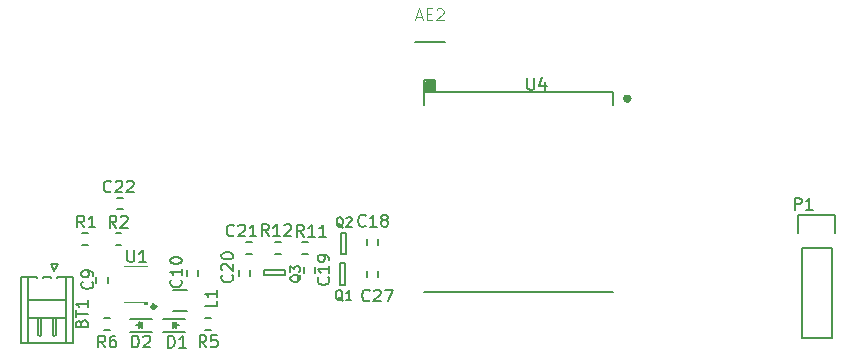
<source format=gto>
G04 #@! TF.FileFunction,Legend,Top*
%FSLAX46Y46*%
G04 Gerber Fmt 4.6, Leading zero omitted, Abs format (unit mm)*
G04 Created by KiCad (PCBNEW 4.0.5+dfsg1-4) date Tue Oct  2 15:16:33 2018*
%MOMM*%
%LPD*%
G01*
G04 APERTURE LIST*
%ADD10C,0.100000*%
%ADD11C,0.300000*%
%ADD12C,0.127000*%
%ADD13C,0.200000*%
%ADD14C,0.150000*%
%ADD15C,0.050000*%
G04 APERTURE END LIST*
D10*
D11*
X132582627Y-124260000D02*
G75*
G03X132582627Y-124260000I-172627J0D01*
G01*
X172698494Y-106660000D02*
G75*
G03X172698494Y-106660000I-198494J0D01*
G01*
D12*
X157100000Y-101900000D02*
X154500000Y-101900000D01*
D13*
X156110000Y-105910000D02*
X155460000Y-105910000D01*
X155460000Y-105910000D02*
X155460000Y-105260000D01*
X155460000Y-105260000D02*
X156110000Y-105260000D01*
X156110000Y-105260000D02*
X156110000Y-105760000D01*
X156110000Y-105760000D02*
X155610000Y-105760000D01*
X155610000Y-105760000D02*
X155610000Y-105360000D01*
X155610000Y-105360000D02*
X155960000Y-105360000D01*
X155960000Y-105360000D02*
X155960000Y-105610000D01*
X155960000Y-105610000D02*
X155710000Y-105610000D01*
X155710000Y-105610000D02*
X155710000Y-105460000D01*
X155710000Y-105460000D02*
X155860000Y-105460000D01*
X155310000Y-106060000D02*
X155310000Y-105110000D01*
X155310000Y-105110000D02*
X156260000Y-105110000D01*
X156260000Y-105110000D02*
X156260000Y-106010000D01*
X171310000Y-106060000D02*
X171310000Y-107160000D01*
X155310000Y-106060000D02*
X155310000Y-107160000D01*
X155310000Y-106060000D02*
X171310000Y-106060000D01*
X171310000Y-123060000D02*
X155310000Y-123060000D01*
D14*
X124240000Y-121880000D02*
X124240000Y-121730000D01*
X124240000Y-121730000D02*
X125540000Y-121730000D01*
X125540000Y-121730000D02*
X125540000Y-127330000D01*
X125540000Y-127330000D02*
X121190000Y-127330000D01*
X121190000Y-127330000D02*
X121190000Y-121730000D01*
X121190000Y-121730000D02*
X122490000Y-121730000D01*
X122490000Y-121730000D02*
X122490000Y-121880000D01*
X124990000Y-125230000D02*
X121740000Y-125230000D01*
X124990000Y-123730000D02*
X121740000Y-123730000D01*
X124990000Y-127330000D02*
X124990000Y-121730000D01*
X121740000Y-127330000D02*
X121740000Y-121730000D01*
X123990000Y-125230000D02*
X124140000Y-125230000D01*
X124140000Y-125230000D02*
X124140000Y-126692500D01*
X124140000Y-126692500D02*
X123990000Y-126730000D01*
X123990000Y-126730000D02*
X123840000Y-126692500D01*
X123840000Y-126692500D02*
X123840000Y-125230000D01*
X123840000Y-125230000D02*
X123990000Y-125230000D01*
X122740000Y-125230000D02*
X122890000Y-125230000D01*
X122890000Y-125230000D02*
X122890000Y-126692500D01*
X122890000Y-126692500D02*
X122740000Y-126730000D01*
X122740000Y-126730000D02*
X122590000Y-126692500D01*
X122590000Y-126692500D02*
X122590000Y-125230000D01*
X122590000Y-125230000D02*
X122740000Y-125230000D01*
X123740000Y-121880000D02*
X123740000Y-121730000D01*
X123740000Y-121730000D02*
X122990000Y-121730000D01*
X122990000Y-121730000D02*
X122990000Y-121880000D01*
X123990000Y-121230000D02*
X124290000Y-120630000D01*
X124290000Y-120630000D02*
X123690000Y-120630000D01*
X123690000Y-120630000D02*
X123990000Y-121230000D01*
X127545000Y-121740000D02*
X127545000Y-122240000D01*
X128495000Y-122240000D02*
X128495000Y-121740000D01*
X135195000Y-121140000D02*
X135195000Y-121640000D01*
X136145000Y-121640000D02*
X136145000Y-121140000D01*
X150425000Y-118550000D02*
X150425000Y-119050000D01*
X151375000Y-119050000D02*
X151375000Y-118550000D01*
X146075000Y-121450000D02*
X146075000Y-120950000D01*
X145125000Y-120950000D02*
X145125000Y-121450000D01*
X139625000Y-121150000D02*
X139625000Y-121650000D01*
X140575000Y-121650000D02*
X140575000Y-121150000D01*
X140250000Y-119775000D02*
X140750000Y-119775000D01*
X140750000Y-118825000D02*
X140250000Y-118825000D01*
X129270000Y-116005000D02*
X129770000Y-116005000D01*
X129770000Y-115055000D02*
X129270000Y-115055000D01*
X133170000Y-126390000D02*
X135070000Y-126390000D01*
X133170000Y-125290000D02*
X135070000Y-125290000D01*
X134070000Y-125840000D02*
X134520000Y-125840000D01*
X134020000Y-125590000D02*
X134020000Y-126090000D01*
X134020000Y-125840000D02*
X134270000Y-125590000D01*
X134270000Y-125590000D02*
X134270000Y-126090000D01*
X134270000Y-126090000D02*
X134020000Y-125840000D01*
X132270000Y-125290000D02*
X130370000Y-125290000D01*
X132270000Y-126390000D02*
X130370000Y-126390000D01*
X131370000Y-125840000D02*
X130920000Y-125840000D01*
X131420000Y-126090000D02*
X131420000Y-125590000D01*
X131420000Y-125840000D02*
X131170000Y-126090000D01*
X131170000Y-126090000D02*
X131170000Y-125590000D01*
X131170000Y-125590000D02*
X131420000Y-125840000D01*
X135260000Y-124615000D02*
X134060000Y-124615000D01*
X134060000Y-122865000D02*
X135260000Y-122865000D01*
X148200000Y-120600000D02*
X148200000Y-122400000D01*
X148200000Y-122400000D02*
X148600000Y-122400000D01*
X148600000Y-122400000D02*
X148600000Y-120600000D01*
X148600000Y-120600000D02*
X148200000Y-120600000D01*
X148300000Y-118000000D02*
X148300000Y-119800000D01*
X148300000Y-119800000D02*
X148700000Y-119800000D01*
X148700000Y-119800000D02*
X148700000Y-118000000D01*
X148700000Y-118000000D02*
X148300000Y-118000000D01*
X126870000Y-118015000D02*
X126370000Y-118015000D01*
X126370000Y-119065000D02*
X126870000Y-119065000D01*
X129170000Y-119065000D02*
X129670000Y-119065000D01*
X129670000Y-118015000D02*
X129170000Y-118015000D01*
X136720000Y-126265000D02*
X137220000Y-126265000D01*
X137220000Y-125215000D02*
X136720000Y-125215000D01*
X128720000Y-125215000D02*
X128220000Y-125215000D01*
X128220000Y-126265000D02*
X128720000Y-126265000D01*
X142650000Y-119825000D02*
X143150000Y-119825000D01*
X143150000Y-118775000D02*
X142650000Y-118775000D01*
X187250000Y-119310000D02*
X187250000Y-126930000D01*
X189790000Y-119310000D02*
X189790000Y-126930000D01*
X190070000Y-116490000D02*
X190070000Y-118040000D01*
X187250000Y-126930000D02*
X189790000Y-126930000D01*
X189790000Y-119310000D02*
X187250000Y-119310000D01*
X186970000Y-118040000D02*
X186970000Y-116490000D01*
X186970000Y-116490000D02*
X190070000Y-116490000D01*
D10*
X131870000Y-123940000D02*
X131870000Y-124040000D01*
X131870000Y-124040000D02*
X131570000Y-124040000D01*
X131570000Y-124040000D02*
X131570000Y-123940000D01*
X131870000Y-123840000D02*
X131870000Y-123940000D01*
X131870000Y-123940000D02*
X131570000Y-123940000D01*
X131570000Y-123940000D02*
X131570000Y-123840000D01*
X131870000Y-120840000D02*
X129870000Y-120840000D01*
X131870000Y-123840000D02*
X129870000Y-123840000D01*
D14*
X150425000Y-121250000D02*
X150425000Y-121750000D01*
X151375000Y-121750000D02*
X151375000Y-121250000D01*
X143500000Y-121200000D02*
X141700000Y-121200000D01*
X141700000Y-121200000D02*
X141700000Y-121600000D01*
X141700000Y-121600000D02*
X143500000Y-121600000D01*
X143500000Y-121600000D02*
X143500000Y-121200000D01*
X144950000Y-119825000D02*
X145450000Y-119825000D01*
X145450000Y-118775000D02*
X144950000Y-118775000D01*
D15*
X154600207Y-99737113D02*
X155077673Y-99737113D01*
X154504713Y-100023593D02*
X154838940Y-99020913D01*
X155173167Y-100023593D01*
X155507393Y-99498380D02*
X155841620Y-99498380D01*
X155984860Y-100023593D02*
X155507393Y-100023593D01*
X155507393Y-99020913D01*
X155984860Y-99020913D01*
X156366834Y-99116407D02*
X156414580Y-99068660D01*
X156510074Y-99020913D01*
X156748807Y-99020913D01*
X156844300Y-99068660D01*
X156892047Y-99116407D01*
X156939794Y-99211900D01*
X156939794Y-99307393D01*
X156892047Y-99450633D01*
X156319087Y-100023593D01*
X156939794Y-100023593D01*
D14*
X164048095Y-104902381D02*
X164048095Y-105711905D01*
X164095714Y-105807143D01*
X164143333Y-105854762D01*
X164238571Y-105902381D01*
X164429048Y-105902381D01*
X164524286Y-105854762D01*
X164571905Y-105807143D01*
X164619524Y-105711905D01*
X164619524Y-104902381D01*
X165524286Y-105235714D02*
X165524286Y-105902381D01*
X165286190Y-104854762D02*
X165048095Y-105569048D01*
X165667143Y-105569048D01*
X126278571Y-125675714D02*
X126326190Y-125532857D01*
X126373810Y-125485238D01*
X126469048Y-125437619D01*
X126611905Y-125437619D01*
X126707143Y-125485238D01*
X126754762Y-125532857D01*
X126802381Y-125628095D01*
X126802381Y-126009048D01*
X125802381Y-126009048D01*
X125802381Y-125675714D01*
X125850000Y-125580476D01*
X125897619Y-125532857D01*
X125992857Y-125485238D01*
X126088095Y-125485238D01*
X126183333Y-125532857D01*
X126230952Y-125580476D01*
X126278571Y-125675714D01*
X126278571Y-126009048D01*
X125802381Y-125151905D02*
X125802381Y-124580476D01*
X126802381Y-124866191D02*
X125802381Y-124866191D01*
X126802381Y-123723333D02*
X126802381Y-124294762D01*
X126802381Y-124009048D02*
X125802381Y-124009048D01*
X125945238Y-124104286D01*
X126040476Y-124199524D01*
X126088095Y-124294762D01*
X127187143Y-122156666D02*
X127234762Y-122204285D01*
X127282381Y-122347142D01*
X127282381Y-122442380D01*
X127234762Y-122585238D01*
X127139524Y-122680476D01*
X127044286Y-122728095D01*
X126853810Y-122775714D01*
X126710952Y-122775714D01*
X126520476Y-122728095D01*
X126425238Y-122680476D01*
X126330000Y-122585238D01*
X126282381Y-122442380D01*
X126282381Y-122347142D01*
X126330000Y-122204285D01*
X126377619Y-122156666D01*
X127282381Y-121680476D02*
X127282381Y-121490000D01*
X127234762Y-121394761D01*
X127187143Y-121347142D01*
X127044286Y-121251904D01*
X126853810Y-121204285D01*
X126472857Y-121204285D01*
X126377619Y-121251904D01*
X126330000Y-121299523D01*
X126282381Y-121394761D01*
X126282381Y-121585238D01*
X126330000Y-121680476D01*
X126377619Y-121728095D01*
X126472857Y-121775714D01*
X126710952Y-121775714D01*
X126806190Y-121728095D01*
X126853810Y-121680476D01*
X126901429Y-121585238D01*
X126901429Y-121394761D01*
X126853810Y-121299523D01*
X126806190Y-121251904D01*
X126710952Y-121204285D01*
X134687143Y-121992857D02*
X134734762Y-122040476D01*
X134782381Y-122183333D01*
X134782381Y-122278571D01*
X134734762Y-122421429D01*
X134639524Y-122516667D01*
X134544286Y-122564286D01*
X134353810Y-122611905D01*
X134210952Y-122611905D01*
X134020476Y-122564286D01*
X133925238Y-122516667D01*
X133830000Y-122421429D01*
X133782381Y-122278571D01*
X133782381Y-122183333D01*
X133830000Y-122040476D01*
X133877619Y-121992857D01*
X134782381Y-121040476D02*
X134782381Y-121611905D01*
X134782381Y-121326191D02*
X133782381Y-121326191D01*
X133925238Y-121421429D01*
X134020476Y-121516667D01*
X134068095Y-121611905D01*
X133782381Y-120421429D02*
X133782381Y-120326190D01*
X133830000Y-120230952D01*
X133877619Y-120183333D01*
X133972857Y-120135714D01*
X134163333Y-120088095D01*
X134401429Y-120088095D01*
X134591905Y-120135714D01*
X134687143Y-120183333D01*
X134734762Y-120230952D01*
X134782381Y-120326190D01*
X134782381Y-120421429D01*
X134734762Y-120516667D01*
X134687143Y-120564286D01*
X134591905Y-120611905D01*
X134401429Y-120659524D01*
X134163333Y-120659524D01*
X133972857Y-120611905D01*
X133877619Y-120564286D01*
X133830000Y-120516667D01*
X133782381Y-120421429D01*
X150337143Y-117397143D02*
X150289524Y-117444762D01*
X150146667Y-117492381D01*
X150051429Y-117492381D01*
X149908571Y-117444762D01*
X149813333Y-117349524D01*
X149765714Y-117254286D01*
X149718095Y-117063810D01*
X149718095Y-116920952D01*
X149765714Y-116730476D01*
X149813333Y-116635238D01*
X149908571Y-116540000D01*
X150051429Y-116492381D01*
X150146667Y-116492381D01*
X150289524Y-116540000D01*
X150337143Y-116587619D01*
X151289524Y-117492381D02*
X150718095Y-117492381D01*
X151003809Y-117492381D02*
X151003809Y-116492381D01*
X150908571Y-116635238D01*
X150813333Y-116730476D01*
X150718095Y-116778095D01*
X151860952Y-116920952D02*
X151765714Y-116873333D01*
X151718095Y-116825714D01*
X151670476Y-116730476D01*
X151670476Y-116682857D01*
X151718095Y-116587619D01*
X151765714Y-116540000D01*
X151860952Y-116492381D01*
X152051429Y-116492381D01*
X152146667Y-116540000D01*
X152194286Y-116587619D01*
X152241905Y-116682857D01*
X152241905Y-116730476D01*
X152194286Y-116825714D01*
X152146667Y-116873333D01*
X152051429Y-116920952D01*
X151860952Y-116920952D01*
X151765714Y-116968571D01*
X151718095Y-117016190D01*
X151670476Y-117111429D01*
X151670476Y-117301905D01*
X151718095Y-117397143D01*
X151765714Y-117444762D01*
X151860952Y-117492381D01*
X152051429Y-117492381D01*
X152146667Y-117444762D01*
X152194286Y-117397143D01*
X152241905Y-117301905D01*
X152241905Y-117111429D01*
X152194286Y-117016190D01*
X152146667Y-116968571D01*
X152051429Y-116920952D01*
X147177143Y-121782857D02*
X147224762Y-121830476D01*
X147272381Y-121973333D01*
X147272381Y-122068571D01*
X147224762Y-122211429D01*
X147129524Y-122306667D01*
X147034286Y-122354286D01*
X146843810Y-122401905D01*
X146700952Y-122401905D01*
X146510476Y-122354286D01*
X146415238Y-122306667D01*
X146320000Y-122211429D01*
X146272381Y-122068571D01*
X146272381Y-121973333D01*
X146320000Y-121830476D01*
X146367619Y-121782857D01*
X147272381Y-120830476D02*
X147272381Y-121401905D01*
X147272381Y-121116191D02*
X146272381Y-121116191D01*
X146415238Y-121211429D01*
X146510476Y-121306667D01*
X146558095Y-121401905D01*
X147272381Y-120354286D02*
X147272381Y-120163810D01*
X147224762Y-120068571D01*
X147177143Y-120020952D01*
X147034286Y-119925714D01*
X146843810Y-119878095D01*
X146462857Y-119878095D01*
X146367619Y-119925714D01*
X146320000Y-119973333D01*
X146272381Y-120068571D01*
X146272381Y-120259048D01*
X146320000Y-120354286D01*
X146367619Y-120401905D01*
X146462857Y-120449524D01*
X146700952Y-120449524D01*
X146796190Y-120401905D01*
X146843810Y-120354286D01*
X146891429Y-120259048D01*
X146891429Y-120068571D01*
X146843810Y-119973333D01*
X146796190Y-119925714D01*
X146700952Y-119878095D01*
X139027143Y-121582857D02*
X139074762Y-121630476D01*
X139122381Y-121773333D01*
X139122381Y-121868571D01*
X139074762Y-122011429D01*
X138979524Y-122106667D01*
X138884286Y-122154286D01*
X138693810Y-122201905D01*
X138550952Y-122201905D01*
X138360476Y-122154286D01*
X138265238Y-122106667D01*
X138170000Y-122011429D01*
X138122381Y-121868571D01*
X138122381Y-121773333D01*
X138170000Y-121630476D01*
X138217619Y-121582857D01*
X138217619Y-121201905D02*
X138170000Y-121154286D01*
X138122381Y-121059048D01*
X138122381Y-120820952D01*
X138170000Y-120725714D01*
X138217619Y-120678095D01*
X138312857Y-120630476D01*
X138408095Y-120630476D01*
X138550952Y-120678095D01*
X139122381Y-121249524D01*
X139122381Y-120630476D01*
X138122381Y-120011429D02*
X138122381Y-119916190D01*
X138170000Y-119820952D01*
X138217619Y-119773333D01*
X138312857Y-119725714D01*
X138503333Y-119678095D01*
X138741429Y-119678095D01*
X138931905Y-119725714D01*
X139027143Y-119773333D01*
X139074762Y-119820952D01*
X139122381Y-119916190D01*
X139122381Y-120011429D01*
X139074762Y-120106667D01*
X139027143Y-120154286D01*
X138931905Y-120201905D01*
X138741429Y-120249524D01*
X138503333Y-120249524D01*
X138312857Y-120201905D01*
X138217619Y-120154286D01*
X138170000Y-120106667D01*
X138122381Y-120011429D01*
X139187143Y-118227143D02*
X139139524Y-118274762D01*
X138996667Y-118322381D01*
X138901429Y-118322381D01*
X138758571Y-118274762D01*
X138663333Y-118179524D01*
X138615714Y-118084286D01*
X138568095Y-117893810D01*
X138568095Y-117750952D01*
X138615714Y-117560476D01*
X138663333Y-117465238D01*
X138758571Y-117370000D01*
X138901429Y-117322381D01*
X138996667Y-117322381D01*
X139139524Y-117370000D01*
X139187143Y-117417619D01*
X139568095Y-117417619D02*
X139615714Y-117370000D01*
X139710952Y-117322381D01*
X139949048Y-117322381D01*
X140044286Y-117370000D01*
X140091905Y-117417619D01*
X140139524Y-117512857D01*
X140139524Y-117608095D01*
X140091905Y-117750952D01*
X139520476Y-118322381D01*
X140139524Y-118322381D01*
X141091905Y-118322381D02*
X140520476Y-118322381D01*
X140806190Y-118322381D02*
X140806190Y-117322381D01*
X140710952Y-117465238D01*
X140615714Y-117560476D01*
X140520476Y-117608095D01*
X128787143Y-114497143D02*
X128739524Y-114544762D01*
X128596667Y-114592381D01*
X128501429Y-114592381D01*
X128358571Y-114544762D01*
X128263333Y-114449524D01*
X128215714Y-114354286D01*
X128168095Y-114163810D01*
X128168095Y-114020952D01*
X128215714Y-113830476D01*
X128263333Y-113735238D01*
X128358571Y-113640000D01*
X128501429Y-113592381D01*
X128596667Y-113592381D01*
X128739524Y-113640000D01*
X128787143Y-113687619D01*
X129168095Y-113687619D02*
X129215714Y-113640000D01*
X129310952Y-113592381D01*
X129549048Y-113592381D01*
X129644286Y-113640000D01*
X129691905Y-113687619D01*
X129739524Y-113782857D01*
X129739524Y-113878095D01*
X129691905Y-114020952D01*
X129120476Y-114592381D01*
X129739524Y-114592381D01*
X130120476Y-113687619D02*
X130168095Y-113640000D01*
X130263333Y-113592381D01*
X130501429Y-113592381D01*
X130596667Y-113640000D01*
X130644286Y-113687619D01*
X130691905Y-113782857D01*
X130691905Y-113878095D01*
X130644286Y-114020952D01*
X130072857Y-114592381D01*
X130691905Y-114592381D01*
X133611905Y-127732381D02*
X133611905Y-126732381D01*
X133850000Y-126732381D01*
X133992858Y-126780000D01*
X134088096Y-126875238D01*
X134135715Y-126970476D01*
X134183334Y-127160952D01*
X134183334Y-127303810D01*
X134135715Y-127494286D01*
X134088096Y-127589524D01*
X133992858Y-127684762D01*
X133850000Y-127732381D01*
X133611905Y-127732381D01*
X135135715Y-127732381D02*
X134564286Y-127732381D01*
X134850000Y-127732381D02*
X134850000Y-126732381D01*
X134754762Y-126875238D01*
X134659524Y-126970476D01*
X134564286Y-127018095D01*
X130571905Y-127722381D02*
X130571905Y-126722381D01*
X130810000Y-126722381D01*
X130952858Y-126770000D01*
X131048096Y-126865238D01*
X131095715Y-126960476D01*
X131143334Y-127150952D01*
X131143334Y-127293810D01*
X131095715Y-127484286D01*
X131048096Y-127579524D01*
X130952858Y-127674762D01*
X130810000Y-127722381D01*
X130571905Y-127722381D01*
X131524286Y-126817619D02*
X131571905Y-126770000D01*
X131667143Y-126722381D01*
X131905239Y-126722381D01*
X132000477Y-126770000D01*
X132048096Y-126817619D01*
X132095715Y-126912857D01*
X132095715Y-127008095D01*
X132048096Y-127150952D01*
X131476667Y-127722381D01*
X132095715Y-127722381D01*
X137752381Y-123746666D02*
X137752381Y-124222857D01*
X136752381Y-124222857D01*
X137752381Y-122889523D02*
X137752381Y-123460952D01*
X137752381Y-123175238D02*
X136752381Y-123175238D01*
X136895238Y-123270476D01*
X136990476Y-123365714D01*
X137038095Y-123460952D01*
X148403810Y-123758095D02*
X148327619Y-123720000D01*
X148251429Y-123643810D01*
X148137143Y-123529524D01*
X148060952Y-123491429D01*
X147984762Y-123491429D01*
X148022857Y-123681905D02*
X147946667Y-123643810D01*
X147870476Y-123567619D01*
X147832381Y-123415238D01*
X147832381Y-123148571D01*
X147870476Y-122996190D01*
X147946667Y-122920000D01*
X148022857Y-122881905D01*
X148175238Y-122881905D01*
X148251429Y-122920000D01*
X148327619Y-122996190D01*
X148365714Y-123148571D01*
X148365714Y-123415238D01*
X148327619Y-123567619D01*
X148251429Y-123643810D01*
X148175238Y-123681905D01*
X148022857Y-123681905D01*
X149127619Y-123681905D02*
X148670476Y-123681905D01*
X148899047Y-123681905D02*
X148899047Y-122881905D01*
X148822857Y-122996190D01*
X148746666Y-123072381D01*
X148670476Y-123110476D01*
X148453810Y-117568095D02*
X148377619Y-117530000D01*
X148301429Y-117453810D01*
X148187143Y-117339524D01*
X148110952Y-117301429D01*
X148034762Y-117301429D01*
X148072857Y-117491905D02*
X147996667Y-117453810D01*
X147920476Y-117377619D01*
X147882381Y-117225238D01*
X147882381Y-116958571D01*
X147920476Y-116806190D01*
X147996667Y-116730000D01*
X148072857Y-116691905D01*
X148225238Y-116691905D01*
X148301429Y-116730000D01*
X148377619Y-116806190D01*
X148415714Y-116958571D01*
X148415714Y-117225238D01*
X148377619Y-117377619D01*
X148301429Y-117453810D01*
X148225238Y-117491905D01*
X148072857Y-117491905D01*
X148720476Y-116768095D02*
X148758571Y-116730000D01*
X148834762Y-116691905D01*
X149025238Y-116691905D01*
X149101428Y-116730000D01*
X149139524Y-116768095D01*
X149177619Y-116844286D01*
X149177619Y-116920476D01*
X149139524Y-117034762D01*
X148682381Y-117491905D01*
X149177619Y-117491905D01*
X126513334Y-117562381D02*
X126180000Y-117086190D01*
X125941905Y-117562381D02*
X125941905Y-116562381D01*
X126322858Y-116562381D01*
X126418096Y-116610000D01*
X126465715Y-116657619D01*
X126513334Y-116752857D01*
X126513334Y-116895714D01*
X126465715Y-116990952D01*
X126418096Y-117038571D01*
X126322858Y-117086190D01*
X125941905Y-117086190D01*
X127465715Y-117562381D02*
X126894286Y-117562381D01*
X127180000Y-117562381D02*
X127180000Y-116562381D01*
X127084762Y-116705238D01*
X126989524Y-116800476D01*
X126894286Y-116848095D01*
X129243334Y-117582381D02*
X128910000Y-117106190D01*
X128671905Y-117582381D02*
X128671905Y-116582381D01*
X129052858Y-116582381D01*
X129148096Y-116630000D01*
X129195715Y-116677619D01*
X129243334Y-116772857D01*
X129243334Y-116915714D01*
X129195715Y-117010952D01*
X129148096Y-117058571D01*
X129052858Y-117106190D01*
X128671905Y-117106190D01*
X129624286Y-116677619D02*
X129671905Y-116630000D01*
X129767143Y-116582381D01*
X130005239Y-116582381D01*
X130100477Y-116630000D01*
X130148096Y-116677619D01*
X130195715Y-116772857D01*
X130195715Y-116868095D01*
X130148096Y-117010952D01*
X129576667Y-117582381D01*
X130195715Y-117582381D01*
X136853334Y-127692381D02*
X136520000Y-127216190D01*
X136281905Y-127692381D02*
X136281905Y-126692381D01*
X136662858Y-126692381D01*
X136758096Y-126740000D01*
X136805715Y-126787619D01*
X136853334Y-126882857D01*
X136853334Y-127025714D01*
X136805715Y-127120952D01*
X136758096Y-127168571D01*
X136662858Y-127216190D01*
X136281905Y-127216190D01*
X137758096Y-126692381D02*
X137281905Y-126692381D01*
X137234286Y-127168571D01*
X137281905Y-127120952D01*
X137377143Y-127073333D01*
X137615239Y-127073333D01*
X137710477Y-127120952D01*
X137758096Y-127168571D01*
X137805715Y-127263810D01*
X137805715Y-127501905D01*
X137758096Y-127597143D01*
X137710477Y-127644762D01*
X137615239Y-127692381D01*
X137377143Y-127692381D01*
X137281905Y-127644762D01*
X137234286Y-127597143D01*
X128293334Y-127722381D02*
X127960000Y-127246190D01*
X127721905Y-127722381D02*
X127721905Y-126722381D01*
X128102858Y-126722381D01*
X128198096Y-126770000D01*
X128245715Y-126817619D01*
X128293334Y-126912857D01*
X128293334Y-127055714D01*
X128245715Y-127150952D01*
X128198096Y-127198571D01*
X128102858Y-127246190D01*
X127721905Y-127246190D01*
X129150477Y-126722381D02*
X128960000Y-126722381D01*
X128864762Y-126770000D01*
X128817143Y-126817619D01*
X128721905Y-126960476D01*
X128674286Y-127150952D01*
X128674286Y-127531905D01*
X128721905Y-127627143D01*
X128769524Y-127674762D01*
X128864762Y-127722381D01*
X129055239Y-127722381D01*
X129150477Y-127674762D01*
X129198096Y-127627143D01*
X129245715Y-127531905D01*
X129245715Y-127293810D01*
X129198096Y-127198571D01*
X129150477Y-127150952D01*
X129055239Y-127103333D01*
X128864762Y-127103333D01*
X128769524Y-127150952D01*
X128721905Y-127198571D01*
X128674286Y-127293810D01*
X142137143Y-118282381D02*
X141803809Y-117806190D01*
X141565714Y-118282381D02*
X141565714Y-117282381D01*
X141946667Y-117282381D01*
X142041905Y-117330000D01*
X142089524Y-117377619D01*
X142137143Y-117472857D01*
X142137143Y-117615714D01*
X142089524Y-117710952D01*
X142041905Y-117758571D01*
X141946667Y-117806190D01*
X141565714Y-117806190D01*
X143089524Y-118282381D02*
X142518095Y-118282381D01*
X142803809Y-118282381D02*
X142803809Y-117282381D01*
X142708571Y-117425238D01*
X142613333Y-117520476D01*
X142518095Y-117568095D01*
X143470476Y-117377619D02*
X143518095Y-117330000D01*
X143613333Y-117282381D01*
X143851429Y-117282381D01*
X143946667Y-117330000D01*
X143994286Y-117377619D01*
X144041905Y-117472857D01*
X144041905Y-117568095D01*
X143994286Y-117710952D01*
X143422857Y-118282381D01*
X144041905Y-118282381D01*
X186681905Y-116072381D02*
X186681905Y-115072381D01*
X187062858Y-115072381D01*
X187158096Y-115120000D01*
X187205715Y-115167619D01*
X187253334Y-115262857D01*
X187253334Y-115405714D01*
X187205715Y-115500952D01*
X187158096Y-115548571D01*
X187062858Y-115596190D01*
X186681905Y-115596190D01*
X188205715Y-116072381D02*
X187634286Y-116072381D01*
X187920000Y-116072381D02*
X187920000Y-115072381D01*
X187824762Y-115215238D01*
X187729524Y-115310476D01*
X187634286Y-115358095D01*
X130168095Y-119482381D02*
X130168095Y-120291905D01*
X130215714Y-120387143D01*
X130263333Y-120434762D01*
X130358571Y-120482381D01*
X130549048Y-120482381D01*
X130644286Y-120434762D01*
X130691905Y-120387143D01*
X130739524Y-120291905D01*
X130739524Y-119482381D01*
X131739524Y-120482381D02*
X131168095Y-120482381D01*
X131453809Y-120482381D02*
X131453809Y-119482381D01*
X131358571Y-119625238D01*
X131263333Y-119720476D01*
X131168095Y-119768095D01*
X150677143Y-123727143D02*
X150629524Y-123774762D01*
X150486667Y-123822381D01*
X150391429Y-123822381D01*
X150248571Y-123774762D01*
X150153333Y-123679524D01*
X150105714Y-123584286D01*
X150058095Y-123393810D01*
X150058095Y-123250952D01*
X150105714Y-123060476D01*
X150153333Y-122965238D01*
X150248571Y-122870000D01*
X150391429Y-122822381D01*
X150486667Y-122822381D01*
X150629524Y-122870000D01*
X150677143Y-122917619D01*
X151058095Y-122917619D02*
X151105714Y-122870000D01*
X151200952Y-122822381D01*
X151439048Y-122822381D01*
X151534286Y-122870000D01*
X151581905Y-122917619D01*
X151629524Y-123012857D01*
X151629524Y-123108095D01*
X151581905Y-123250952D01*
X151010476Y-123822381D01*
X151629524Y-123822381D01*
X151962857Y-122822381D02*
X152629524Y-122822381D01*
X152200952Y-123822381D01*
X144848095Y-121576190D02*
X144810000Y-121652381D01*
X144733810Y-121728571D01*
X144619524Y-121842857D01*
X144581429Y-121919048D01*
X144581429Y-121995238D01*
X144771905Y-121957143D02*
X144733810Y-122033333D01*
X144657619Y-122109524D01*
X144505238Y-122147619D01*
X144238571Y-122147619D01*
X144086190Y-122109524D01*
X144010000Y-122033333D01*
X143971905Y-121957143D01*
X143971905Y-121804762D01*
X144010000Y-121728571D01*
X144086190Y-121652381D01*
X144238571Y-121614286D01*
X144505238Y-121614286D01*
X144657619Y-121652381D01*
X144733810Y-121728571D01*
X144771905Y-121804762D01*
X144771905Y-121957143D01*
X143971905Y-121347619D02*
X143971905Y-120852381D01*
X144276667Y-121119048D01*
X144276667Y-121004762D01*
X144314762Y-120928572D01*
X144352857Y-120890476D01*
X144429048Y-120852381D01*
X144619524Y-120852381D01*
X144695714Y-120890476D01*
X144733810Y-120928572D01*
X144771905Y-121004762D01*
X144771905Y-121233334D01*
X144733810Y-121309524D01*
X144695714Y-121347619D01*
X145097143Y-118332381D02*
X144763809Y-117856190D01*
X144525714Y-118332381D02*
X144525714Y-117332381D01*
X144906667Y-117332381D01*
X145001905Y-117380000D01*
X145049524Y-117427619D01*
X145097143Y-117522857D01*
X145097143Y-117665714D01*
X145049524Y-117760952D01*
X145001905Y-117808571D01*
X144906667Y-117856190D01*
X144525714Y-117856190D01*
X146049524Y-118332381D02*
X145478095Y-118332381D01*
X145763809Y-118332381D02*
X145763809Y-117332381D01*
X145668571Y-117475238D01*
X145573333Y-117570476D01*
X145478095Y-117618095D01*
X147001905Y-118332381D02*
X146430476Y-118332381D01*
X146716190Y-118332381D02*
X146716190Y-117332381D01*
X146620952Y-117475238D01*
X146525714Y-117570476D01*
X146430476Y-117618095D01*
M02*

</source>
